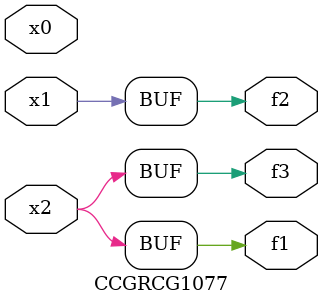
<source format=v>
module CCGRCG1077(
	input x0, x1, x2,
	output f1, f2, f3
);
	assign f1 = x2;
	assign f2 = x1;
	assign f3 = x2;
endmodule

</source>
